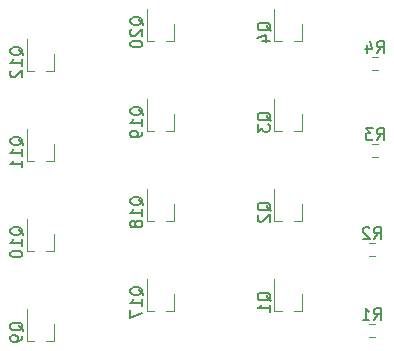
<source format=gbo>
G04 #@! TF.FileFunction,Legend,Bot*
%FSLAX46Y46*%
G04 Gerber Fmt 4.6, Leading zero omitted, Abs format (unit mm)*
G04 Created by KiCad (PCBNEW 4.0.7) date Tuesday, October 31, 2017 'AMt' 08:43:51 AM*
%MOMM*%
%LPD*%
G01*
G04 APERTURE LIST*
%ADD10C,0.100000*%
%ADD11C,0.120000*%
%ADD12C,0.150000*%
G04 APERTURE END LIST*
D10*
D11*
X122686000Y-68812000D02*
X123186000Y-68812000D01*
X123186000Y-69872000D02*
X122686000Y-69872000D01*
X122686000Y-76178000D02*
X123186000Y-76178000D01*
X123186000Y-77238000D02*
X122686000Y-77238000D01*
X122432000Y-84560000D02*
X122932000Y-84560000D01*
X122932000Y-85620000D02*
X122432000Y-85620000D01*
X122432000Y-91418000D02*
X122932000Y-91418000D01*
X122932000Y-92478000D02*
X122432000Y-92478000D01*
X105275000Y-67410000D02*
X105935000Y-67410000D01*
X103605000Y-67410000D02*
X104275000Y-67410000D01*
X103615000Y-67410000D02*
X103615000Y-64675000D01*
X105935000Y-66000000D02*
X105935000Y-67410000D01*
X105275000Y-75030000D02*
X105935000Y-75030000D01*
X103605000Y-75030000D02*
X104275000Y-75030000D01*
X103615000Y-75030000D02*
X103615000Y-72295000D01*
X105935000Y-73620000D02*
X105935000Y-75030000D01*
X105275000Y-82650000D02*
X105935000Y-82650000D01*
X103605000Y-82650000D02*
X104275000Y-82650000D01*
X103615000Y-82650000D02*
X103615000Y-79915000D01*
X105935000Y-81240000D02*
X105935000Y-82650000D01*
X105275000Y-90270000D02*
X105935000Y-90270000D01*
X103605000Y-90270000D02*
X104275000Y-90270000D01*
X103615000Y-90270000D02*
X103615000Y-87535000D01*
X105935000Y-88860000D02*
X105935000Y-90270000D01*
X95115000Y-69950000D02*
X95775000Y-69950000D01*
X93445000Y-69950000D02*
X94115000Y-69950000D01*
X93455000Y-69950000D02*
X93455000Y-67215000D01*
X95775000Y-68540000D02*
X95775000Y-69950000D01*
X95115000Y-77570000D02*
X95775000Y-77570000D01*
X93445000Y-77570000D02*
X94115000Y-77570000D01*
X93455000Y-77570000D02*
X93455000Y-74835000D01*
X95775000Y-76160000D02*
X95775000Y-77570000D01*
X95115000Y-85190000D02*
X95775000Y-85190000D01*
X93445000Y-85190000D02*
X94115000Y-85190000D01*
X93455000Y-85190000D02*
X93455000Y-82455000D01*
X95775000Y-83780000D02*
X95775000Y-85190000D01*
X95115000Y-92810000D02*
X95775000Y-92810000D01*
X93445000Y-92810000D02*
X94115000Y-92810000D01*
X93455000Y-92810000D02*
X93455000Y-90075000D01*
X95775000Y-91400000D02*
X95775000Y-92810000D01*
X116070000Y-67410000D02*
X116730000Y-67410000D01*
X114400000Y-67410000D02*
X115070000Y-67410000D01*
X114410000Y-67410000D02*
X114410000Y-64675000D01*
X116730000Y-66000000D02*
X116730000Y-67410000D01*
X116070000Y-75030000D02*
X116730000Y-75030000D01*
X114400000Y-75030000D02*
X115070000Y-75030000D01*
X114410000Y-75030000D02*
X114410000Y-72295000D01*
X116730000Y-73620000D02*
X116730000Y-75030000D01*
X116070000Y-82650000D02*
X116730000Y-82650000D01*
X114400000Y-82650000D02*
X115070000Y-82650000D01*
X114410000Y-82650000D02*
X114410000Y-79915000D01*
X116730000Y-81240000D02*
X116730000Y-82650000D01*
X116070000Y-90270000D02*
X116730000Y-90270000D01*
X114400000Y-90270000D02*
X115070000Y-90270000D01*
X114410000Y-90270000D02*
X114410000Y-87535000D01*
X116730000Y-88860000D02*
X116730000Y-90270000D01*
D12*
X123102666Y-68444381D02*
X123436000Y-67968190D01*
X123674095Y-68444381D02*
X123674095Y-67444381D01*
X123293142Y-67444381D01*
X123197904Y-67492000D01*
X123150285Y-67539619D01*
X123102666Y-67634857D01*
X123102666Y-67777714D01*
X123150285Y-67872952D01*
X123197904Y-67920571D01*
X123293142Y-67968190D01*
X123674095Y-67968190D01*
X122245523Y-67777714D02*
X122245523Y-68444381D01*
X122483619Y-67396762D02*
X122721714Y-68111048D01*
X122102666Y-68111048D01*
X123102666Y-75810381D02*
X123436000Y-75334190D01*
X123674095Y-75810381D02*
X123674095Y-74810381D01*
X123293142Y-74810381D01*
X123197904Y-74858000D01*
X123150285Y-74905619D01*
X123102666Y-75000857D01*
X123102666Y-75143714D01*
X123150285Y-75238952D01*
X123197904Y-75286571D01*
X123293142Y-75334190D01*
X123674095Y-75334190D01*
X122769333Y-74810381D02*
X122150285Y-74810381D01*
X122483619Y-75191333D01*
X122340761Y-75191333D01*
X122245523Y-75238952D01*
X122197904Y-75286571D01*
X122150285Y-75381810D01*
X122150285Y-75619905D01*
X122197904Y-75715143D01*
X122245523Y-75762762D01*
X122340761Y-75810381D01*
X122626476Y-75810381D01*
X122721714Y-75762762D01*
X122769333Y-75715143D01*
X122848666Y-84192381D02*
X123182000Y-83716190D01*
X123420095Y-84192381D02*
X123420095Y-83192381D01*
X123039142Y-83192381D01*
X122943904Y-83240000D01*
X122896285Y-83287619D01*
X122848666Y-83382857D01*
X122848666Y-83525714D01*
X122896285Y-83620952D01*
X122943904Y-83668571D01*
X123039142Y-83716190D01*
X123420095Y-83716190D01*
X122467714Y-83287619D02*
X122420095Y-83240000D01*
X122324857Y-83192381D01*
X122086761Y-83192381D01*
X121991523Y-83240000D01*
X121943904Y-83287619D01*
X121896285Y-83382857D01*
X121896285Y-83478095D01*
X121943904Y-83620952D01*
X122515333Y-84192381D01*
X121896285Y-84192381D01*
X122848666Y-91050381D02*
X123182000Y-90574190D01*
X123420095Y-91050381D02*
X123420095Y-90050381D01*
X123039142Y-90050381D01*
X122943904Y-90098000D01*
X122896285Y-90145619D01*
X122848666Y-90240857D01*
X122848666Y-90383714D01*
X122896285Y-90478952D01*
X122943904Y-90526571D01*
X123039142Y-90574190D01*
X123420095Y-90574190D01*
X121896285Y-91050381D02*
X122467714Y-91050381D01*
X122182000Y-91050381D02*
X122182000Y-90050381D01*
X122277238Y-90193238D01*
X122372476Y-90288476D01*
X122467714Y-90336095D01*
X103322619Y-66103572D02*
X103275000Y-66008334D01*
X103179762Y-65913096D01*
X103036905Y-65770239D01*
X102989286Y-65675000D01*
X102989286Y-65579762D01*
X103227381Y-65627381D02*
X103179762Y-65532143D01*
X103084524Y-65436905D01*
X102894048Y-65389286D01*
X102560714Y-65389286D01*
X102370238Y-65436905D01*
X102275000Y-65532143D01*
X102227381Y-65627381D01*
X102227381Y-65817858D01*
X102275000Y-65913096D01*
X102370238Y-66008334D01*
X102560714Y-66055953D01*
X102894048Y-66055953D01*
X103084524Y-66008334D01*
X103179762Y-65913096D01*
X103227381Y-65817858D01*
X103227381Y-65627381D01*
X102322619Y-66436905D02*
X102275000Y-66484524D01*
X102227381Y-66579762D01*
X102227381Y-66817858D01*
X102275000Y-66913096D01*
X102322619Y-66960715D01*
X102417857Y-67008334D01*
X102513095Y-67008334D01*
X102655952Y-66960715D01*
X103227381Y-66389286D01*
X103227381Y-67008334D01*
X102227381Y-67627381D02*
X102227381Y-67722620D01*
X102275000Y-67817858D01*
X102322619Y-67865477D01*
X102417857Y-67913096D01*
X102608333Y-67960715D01*
X102846429Y-67960715D01*
X103036905Y-67913096D01*
X103132143Y-67865477D01*
X103179762Y-67817858D01*
X103227381Y-67722620D01*
X103227381Y-67627381D01*
X103179762Y-67532143D01*
X103132143Y-67484524D01*
X103036905Y-67436905D01*
X102846429Y-67389286D01*
X102608333Y-67389286D01*
X102417857Y-67436905D01*
X102322619Y-67484524D01*
X102275000Y-67532143D01*
X102227381Y-67627381D01*
X103322619Y-73723572D02*
X103275000Y-73628334D01*
X103179762Y-73533096D01*
X103036905Y-73390239D01*
X102989286Y-73295000D01*
X102989286Y-73199762D01*
X103227381Y-73247381D02*
X103179762Y-73152143D01*
X103084524Y-73056905D01*
X102894048Y-73009286D01*
X102560714Y-73009286D01*
X102370238Y-73056905D01*
X102275000Y-73152143D01*
X102227381Y-73247381D01*
X102227381Y-73437858D01*
X102275000Y-73533096D01*
X102370238Y-73628334D01*
X102560714Y-73675953D01*
X102894048Y-73675953D01*
X103084524Y-73628334D01*
X103179762Y-73533096D01*
X103227381Y-73437858D01*
X103227381Y-73247381D01*
X103227381Y-74628334D02*
X103227381Y-74056905D01*
X103227381Y-74342619D02*
X102227381Y-74342619D01*
X102370238Y-74247381D01*
X102465476Y-74152143D01*
X102513095Y-74056905D01*
X103227381Y-75104524D02*
X103227381Y-75295000D01*
X103179762Y-75390239D01*
X103132143Y-75437858D01*
X102989286Y-75533096D01*
X102798810Y-75580715D01*
X102417857Y-75580715D01*
X102322619Y-75533096D01*
X102275000Y-75485477D01*
X102227381Y-75390239D01*
X102227381Y-75199762D01*
X102275000Y-75104524D01*
X102322619Y-75056905D01*
X102417857Y-75009286D01*
X102655952Y-75009286D01*
X102751190Y-75056905D01*
X102798810Y-75104524D01*
X102846429Y-75199762D01*
X102846429Y-75390239D01*
X102798810Y-75485477D01*
X102751190Y-75533096D01*
X102655952Y-75580715D01*
X103322619Y-81343572D02*
X103275000Y-81248334D01*
X103179762Y-81153096D01*
X103036905Y-81010239D01*
X102989286Y-80915000D01*
X102989286Y-80819762D01*
X103227381Y-80867381D02*
X103179762Y-80772143D01*
X103084524Y-80676905D01*
X102894048Y-80629286D01*
X102560714Y-80629286D01*
X102370238Y-80676905D01*
X102275000Y-80772143D01*
X102227381Y-80867381D01*
X102227381Y-81057858D01*
X102275000Y-81153096D01*
X102370238Y-81248334D01*
X102560714Y-81295953D01*
X102894048Y-81295953D01*
X103084524Y-81248334D01*
X103179762Y-81153096D01*
X103227381Y-81057858D01*
X103227381Y-80867381D01*
X103227381Y-82248334D02*
X103227381Y-81676905D01*
X103227381Y-81962619D02*
X102227381Y-81962619D01*
X102370238Y-81867381D01*
X102465476Y-81772143D01*
X102513095Y-81676905D01*
X102655952Y-82819762D02*
X102608333Y-82724524D01*
X102560714Y-82676905D01*
X102465476Y-82629286D01*
X102417857Y-82629286D01*
X102322619Y-82676905D01*
X102275000Y-82724524D01*
X102227381Y-82819762D01*
X102227381Y-83010239D01*
X102275000Y-83105477D01*
X102322619Y-83153096D01*
X102417857Y-83200715D01*
X102465476Y-83200715D01*
X102560714Y-83153096D01*
X102608333Y-83105477D01*
X102655952Y-83010239D01*
X102655952Y-82819762D01*
X102703571Y-82724524D01*
X102751190Y-82676905D01*
X102846429Y-82629286D01*
X103036905Y-82629286D01*
X103132143Y-82676905D01*
X103179762Y-82724524D01*
X103227381Y-82819762D01*
X103227381Y-83010239D01*
X103179762Y-83105477D01*
X103132143Y-83153096D01*
X103036905Y-83200715D01*
X102846429Y-83200715D01*
X102751190Y-83153096D01*
X102703571Y-83105477D01*
X102655952Y-83010239D01*
X103322619Y-88963572D02*
X103275000Y-88868334D01*
X103179762Y-88773096D01*
X103036905Y-88630239D01*
X102989286Y-88535000D01*
X102989286Y-88439762D01*
X103227381Y-88487381D02*
X103179762Y-88392143D01*
X103084524Y-88296905D01*
X102894048Y-88249286D01*
X102560714Y-88249286D01*
X102370238Y-88296905D01*
X102275000Y-88392143D01*
X102227381Y-88487381D01*
X102227381Y-88677858D01*
X102275000Y-88773096D01*
X102370238Y-88868334D01*
X102560714Y-88915953D01*
X102894048Y-88915953D01*
X103084524Y-88868334D01*
X103179762Y-88773096D01*
X103227381Y-88677858D01*
X103227381Y-88487381D01*
X103227381Y-89868334D02*
X103227381Y-89296905D01*
X103227381Y-89582619D02*
X102227381Y-89582619D01*
X102370238Y-89487381D01*
X102465476Y-89392143D01*
X102513095Y-89296905D01*
X102227381Y-90201667D02*
X102227381Y-90868334D01*
X103227381Y-90439762D01*
X93162619Y-68643572D02*
X93115000Y-68548334D01*
X93019762Y-68453096D01*
X92876905Y-68310239D01*
X92829286Y-68215000D01*
X92829286Y-68119762D01*
X93067381Y-68167381D02*
X93019762Y-68072143D01*
X92924524Y-67976905D01*
X92734048Y-67929286D01*
X92400714Y-67929286D01*
X92210238Y-67976905D01*
X92115000Y-68072143D01*
X92067381Y-68167381D01*
X92067381Y-68357858D01*
X92115000Y-68453096D01*
X92210238Y-68548334D01*
X92400714Y-68595953D01*
X92734048Y-68595953D01*
X92924524Y-68548334D01*
X93019762Y-68453096D01*
X93067381Y-68357858D01*
X93067381Y-68167381D01*
X93067381Y-69548334D02*
X93067381Y-68976905D01*
X93067381Y-69262619D02*
X92067381Y-69262619D01*
X92210238Y-69167381D01*
X92305476Y-69072143D01*
X92353095Y-68976905D01*
X92162619Y-69929286D02*
X92115000Y-69976905D01*
X92067381Y-70072143D01*
X92067381Y-70310239D01*
X92115000Y-70405477D01*
X92162619Y-70453096D01*
X92257857Y-70500715D01*
X92353095Y-70500715D01*
X92495952Y-70453096D01*
X93067381Y-69881667D01*
X93067381Y-70500715D01*
X93162619Y-76263572D02*
X93115000Y-76168334D01*
X93019762Y-76073096D01*
X92876905Y-75930239D01*
X92829286Y-75835000D01*
X92829286Y-75739762D01*
X93067381Y-75787381D02*
X93019762Y-75692143D01*
X92924524Y-75596905D01*
X92734048Y-75549286D01*
X92400714Y-75549286D01*
X92210238Y-75596905D01*
X92115000Y-75692143D01*
X92067381Y-75787381D01*
X92067381Y-75977858D01*
X92115000Y-76073096D01*
X92210238Y-76168334D01*
X92400714Y-76215953D01*
X92734048Y-76215953D01*
X92924524Y-76168334D01*
X93019762Y-76073096D01*
X93067381Y-75977858D01*
X93067381Y-75787381D01*
X93067381Y-77168334D02*
X93067381Y-76596905D01*
X93067381Y-76882619D02*
X92067381Y-76882619D01*
X92210238Y-76787381D01*
X92305476Y-76692143D01*
X92353095Y-76596905D01*
X93067381Y-78120715D02*
X93067381Y-77549286D01*
X93067381Y-77835000D02*
X92067381Y-77835000D01*
X92210238Y-77739762D01*
X92305476Y-77644524D01*
X92353095Y-77549286D01*
X93162619Y-83883572D02*
X93115000Y-83788334D01*
X93019762Y-83693096D01*
X92876905Y-83550239D01*
X92829286Y-83455000D01*
X92829286Y-83359762D01*
X93067381Y-83407381D02*
X93019762Y-83312143D01*
X92924524Y-83216905D01*
X92734048Y-83169286D01*
X92400714Y-83169286D01*
X92210238Y-83216905D01*
X92115000Y-83312143D01*
X92067381Y-83407381D01*
X92067381Y-83597858D01*
X92115000Y-83693096D01*
X92210238Y-83788334D01*
X92400714Y-83835953D01*
X92734048Y-83835953D01*
X92924524Y-83788334D01*
X93019762Y-83693096D01*
X93067381Y-83597858D01*
X93067381Y-83407381D01*
X93067381Y-84788334D02*
X93067381Y-84216905D01*
X93067381Y-84502619D02*
X92067381Y-84502619D01*
X92210238Y-84407381D01*
X92305476Y-84312143D01*
X92353095Y-84216905D01*
X92067381Y-85407381D02*
X92067381Y-85502620D01*
X92115000Y-85597858D01*
X92162619Y-85645477D01*
X92257857Y-85693096D01*
X92448333Y-85740715D01*
X92686429Y-85740715D01*
X92876905Y-85693096D01*
X92972143Y-85645477D01*
X93019762Y-85597858D01*
X93067381Y-85502620D01*
X93067381Y-85407381D01*
X93019762Y-85312143D01*
X92972143Y-85264524D01*
X92876905Y-85216905D01*
X92686429Y-85169286D01*
X92448333Y-85169286D01*
X92257857Y-85216905D01*
X92162619Y-85264524D01*
X92115000Y-85312143D01*
X92067381Y-85407381D01*
X93162619Y-91979762D02*
X93115000Y-91884524D01*
X93019762Y-91789286D01*
X92876905Y-91646429D01*
X92829286Y-91551190D01*
X92829286Y-91455952D01*
X93067381Y-91503571D02*
X93019762Y-91408333D01*
X92924524Y-91313095D01*
X92734048Y-91265476D01*
X92400714Y-91265476D01*
X92210238Y-91313095D01*
X92115000Y-91408333D01*
X92067381Y-91503571D01*
X92067381Y-91694048D01*
X92115000Y-91789286D01*
X92210238Y-91884524D01*
X92400714Y-91932143D01*
X92734048Y-91932143D01*
X92924524Y-91884524D01*
X93019762Y-91789286D01*
X93067381Y-91694048D01*
X93067381Y-91503571D01*
X93067381Y-92408333D02*
X93067381Y-92598809D01*
X93019762Y-92694048D01*
X92972143Y-92741667D01*
X92829286Y-92836905D01*
X92638810Y-92884524D01*
X92257857Y-92884524D01*
X92162619Y-92836905D01*
X92115000Y-92789286D01*
X92067381Y-92694048D01*
X92067381Y-92503571D01*
X92115000Y-92408333D01*
X92162619Y-92360714D01*
X92257857Y-92313095D01*
X92495952Y-92313095D01*
X92591190Y-92360714D01*
X92638810Y-92408333D01*
X92686429Y-92503571D01*
X92686429Y-92694048D01*
X92638810Y-92789286D01*
X92591190Y-92836905D01*
X92495952Y-92884524D01*
X114117619Y-66579762D02*
X114070000Y-66484524D01*
X113974762Y-66389286D01*
X113831905Y-66246429D01*
X113784286Y-66151190D01*
X113784286Y-66055952D01*
X114022381Y-66103571D02*
X113974762Y-66008333D01*
X113879524Y-65913095D01*
X113689048Y-65865476D01*
X113355714Y-65865476D01*
X113165238Y-65913095D01*
X113070000Y-66008333D01*
X113022381Y-66103571D01*
X113022381Y-66294048D01*
X113070000Y-66389286D01*
X113165238Y-66484524D01*
X113355714Y-66532143D01*
X113689048Y-66532143D01*
X113879524Y-66484524D01*
X113974762Y-66389286D01*
X114022381Y-66294048D01*
X114022381Y-66103571D01*
X113355714Y-67389286D02*
X114022381Y-67389286D01*
X112974762Y-67151190D02*
X113689048Y-66913095D01*
X113689048Y-67532143D01*
X114117619Y-74199762D02*
X114070000Y-74104524D01*
X113974762Y-74009286D01*
X113831905Y-73866429D01*
X113784286Y-73771190D01*
X113784286Y-73675952D01*
X114022381Y-73723571D02*
X113974762Y-73628333D01*
X113879524Y-73533095D01*
X113689048Y-73485476D01*
X113355714Y-73485476D01*
X113165238Y-73533095D01*
X113070000Y-73628333D01*
X113022381Y-73723571D01*
X113022381Y-73914048D01*
X113070000Y-74009286D01*
X113165238Y-74104524D01*
X113355714Y-74152143D01*
X113689048Y-74152143D01*
X113879524Y-74104524D01*
X113974762Y-74009286D01*
X114022381Y-73914048D01*
X114022381Y-73723571D01*
X113022381Y-74485476D02*
X113022381Y-75104524D01*
X113403333Y-74771190D01*
X113403333Y-74914048D01*
X113450952Y-75009286D01*
X113498571Y-75056905D01*
X113593810Y-75104524D01*
X113831905Y-75104524D01*
X113927143Y-75056905D01*
X113974762Y-75009286D01*
X114022381Y-74914048D01*
X114022381Y-74628333D01*
X113974762Y-74533095D01*
X113927143Y-74485476D01*
X114117619Y-81819762D02*
X114070000Y-81724524D01*
X113974762Y-81629286D01*
X113831905Y-81486429D01*
X113784286Y-81391190D01*
X113784286Y-81295952D01*
X114022381Y-81343571D02*
X113974762Y-81248333D01*
X113879524Y-81153095D01*
X113689048Y-81105476D01*
X113355714Y-81105476D01*
X113165238Y-81153095D01*
X113070000Y-81248333D01*
X113022381Y-81343571D01*
X113022381Y-81534048D01*
X113070000Y-81629286D01*
X113165238Y-81724524D01*
X113355714Y-81772143D01*
X113689048Y-81772143D01*
X113879524Y-81724524D01*
X113974762Y-81629286D01*
X114022381Y-81534048D01*
X114022381Y-81343571D01*
X113117619Y-82153095D02*
X113070000Y-82200714D01*
X113022381Y-82295952D01*
X113022381Y-82534048D01*
X113070000Y-82629286D01*
X113117619Y-82676905D01*
X113212857Y-82724524D01*
X113308095Y-82724524D01*
X113450952Y-82676905D01*
X114022381Y-82105476D01*
X114022381Y-82724524D01*
X114117619Y-89439762D02*
X114070000Y-89344524D01*
X113974762Y-89249286D01*
X113831905Y-89106429D01*
X113784286Y-89011190D01*
X113784286Y-88915952D01*
X114022381Y-88963571D02*
X113974762Y-88868333D01*
X113879524Y-88773095D01*
X113689048Y-88725476D01*
X113355714Y-88725476D01*
X113165238Y-88773095D01*
X113070000Y-88868333D01*
X113022381Y-88963571D01*
X113022381Y-89154048D01*
X113070000Y-89249286D01*
X113165238Y-89344524D01*
X113355714Y-89392143D01*
X113689048Y-89392143D01*
X113879524Y-89344524D01*
X113974762Y-89249286D01*
X114022381Y-89154048D01*
X114022381Y-88963571D01*
X114022381Y-90344524D02*
X114022381Y-89773095D01*
X114022381Y-90058809D02*
X113022381Y-90058809D01*
X113165238Y-89963571D01*
X113260476Y-89868333D01*
X113308095Y-89773095D01*
M02*

</source>
